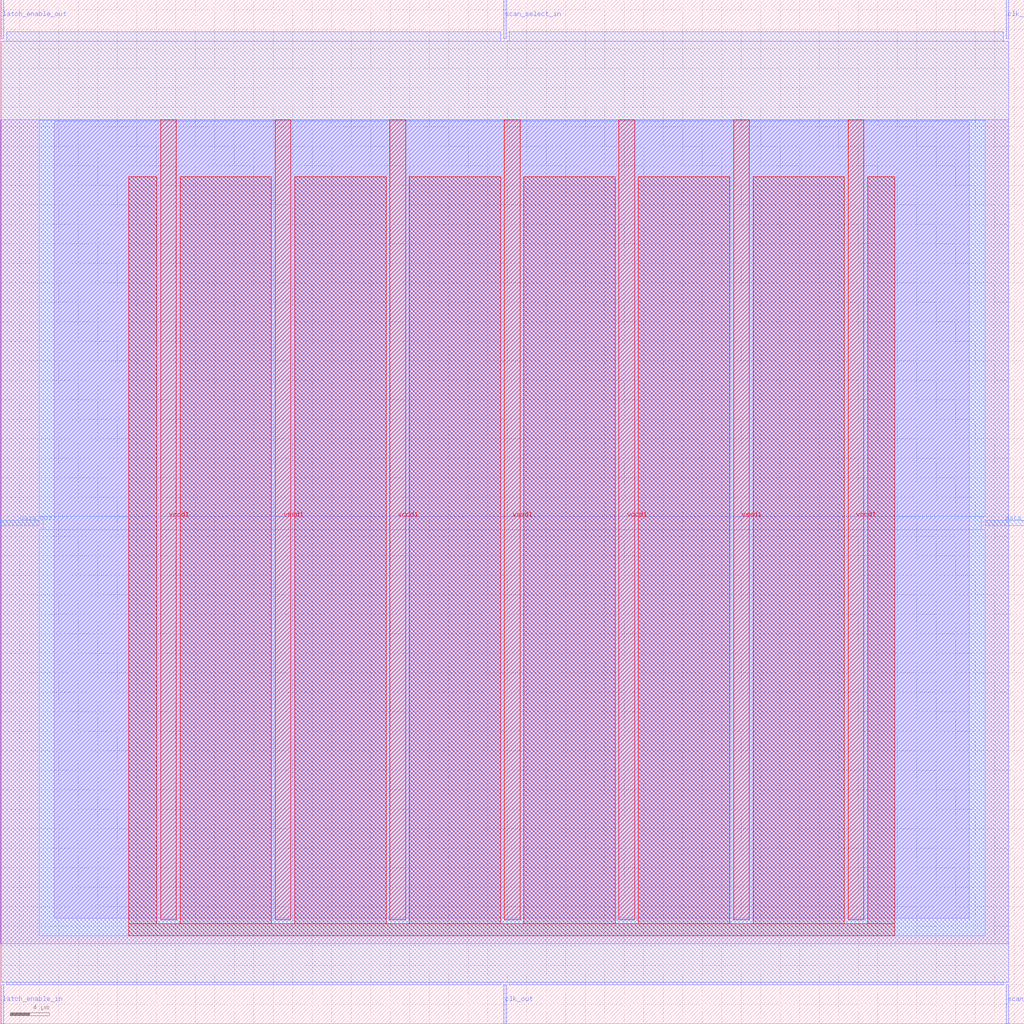
<source format=lef>
VERSION 5.7 ;
  NOWIREEXTENSIONATPIN ON ;
  DIVIDERCHAR "/" ;
  BUSBITCHARS "[]" ;
MACRO scan_wrapper_341449297858921043
  CLASS BLOCK ;
  FOREIGN scan_wrapper_341449297858921043 ;
  ORIGIN 0.000 0.000 ;
  SIZE 105.000 BY 105.000 ;
  PIN clk_in
    DIRECTION INPUT ;
    USE SIGNAL ;
    PORT
      LAYER met2 ;
        RECT 103.130 101.000 103.410 105.000 ;
    END
  END clk_in
  PIN clk_out
    DIRECTION OUTPUT TRISTATE ;
    USE SIGNAL ;
    PORT
      LAYER met2 ;
        RECT 51.610 0.000 51.890 4.000 ;
    END
  END clk_out
  PIN data_in
    DIRECTION INPUT ;
    USE SIGNAL ;
    PORT
      LAYER met3 ;
        RECT 101.000 51.040 105.000 51.640 ;
    END
  END data_in
  PIN data_out
    DIRECTION OUTPUT TRISTATE ;
    USE SIGNAL ;
    PORT
      LAYER met3 ;
        RECT 0.000 51.040 4.000 51.640 ;
    END
  END data_out
  PIN latch_enable_in
    DIRECTION INPUT ;
    USE SIGNAL ;
    PORT
      LAYER met2 ;
        RECT 0.090 0.000 0.370 4.000 ;
    END
  END latch_enable_in
  PIN latch_enable_out
    DIRECTION OUTPUT TRISTATE ;
    USE SIGNAL ;
    PORT
      LAYER met2 ;
        RECT 0.090 101.000 0.370 105.000 ;
    END
  END latch_enable_out
  PIN scan_select_in
    DIRECTION INPUT ;
    USE SIGNAL ;
    PORT
      LAYER met2 ;
        RECT 51.610 101.000 51.890 105.000 ;
    END
  END scan_select_in
  PIN scan_select_out
    DIRECTION OUTPUT TRISTATE ;
    USE SIGNAL ;
    PORT
      LAYER met2 ;
        RECT 103.130 0.000 103.410 4.000 ;
    END
  END scan_select_out
  PIN vccd1
    DIRECTION INOUT ;
    USE POWER ;
    PORT
      LAYER met4 ;
        RECT 16.465 10.640 18.065 92.720 ;
    END
    PORT
      LAYER met4 ;
        RECT 39.955 10.640 41.555 92.720 ;
    END
    PORT
      LAYER met4 ;
        RECT 63.445 10.640 65.045 92.720 ;
    END
    PORT
      LAYER met4 ;
        RECT 86.935 10.640 88.535 92.720 ;
    END
  END vccd1
  PIN vssd1
    DIRECTION INOUT ;
    USE GROUND ;
    PORT
      LAYER met4 ;
        RECT 28.210 10.640 29.810 92.720 ;
    END
    PORT
      LAYER met4 ;
        RECT 51.700 10.640 53.300 92.720 ;
    END
    PORT
      LAYER met4 ;
        RECT 75.190 10.640 76.790 92.720 ;
    END
  END vssd1
  OBS
      LAYER li1 ;
        RECT 5.520 10.795 99.360 92.565 ;
      LAYER met1 ;
        RECT 0.070 8.200 103.430 92.720 ;
      LAYER met2 ;
        RECT 0.650 100.720 51.330 101.730 ;
        RECT 52.170 100.720 102.850 101.730 ;
        RECT 0.100 4.280 103.400 100.720 ;
        RECT 0.650 4.000 51.330 4.280 ;
        RECT 52.170 4.000 102.850 4.280 ;
      LAYER met3 ;
        RECT 4.000 52.040 101.000 92.645 ;
        RECT 4.400 50.640 100.600 52.040 ;
        RECT 4.000 9.015 101.000 50.640 ;
      LAYER met4 ;
        RECT 13.175 10.240 16.065 86.865 ;
        RECT 18.465 10.240 27.810 86.865 ;
        RECT 30.210 10.240 39.555 86.865 ;
        RECT 41.955 10.240 51.300 86.865 ;
        RECT 53.700 10.240 63.045 86.865 ;
        RECT 65.445 10.240 74.790 86.865 ;
        RECT 77.190 10.240 86.535 86.865 ;
        RECT 88.935 10.240 91.705 86.865 ;
        RECT 13.175 9.015 91.705 10.240 ;
  END
END scan_wrapper_341449297858921043
END LIBRARY


</source>
